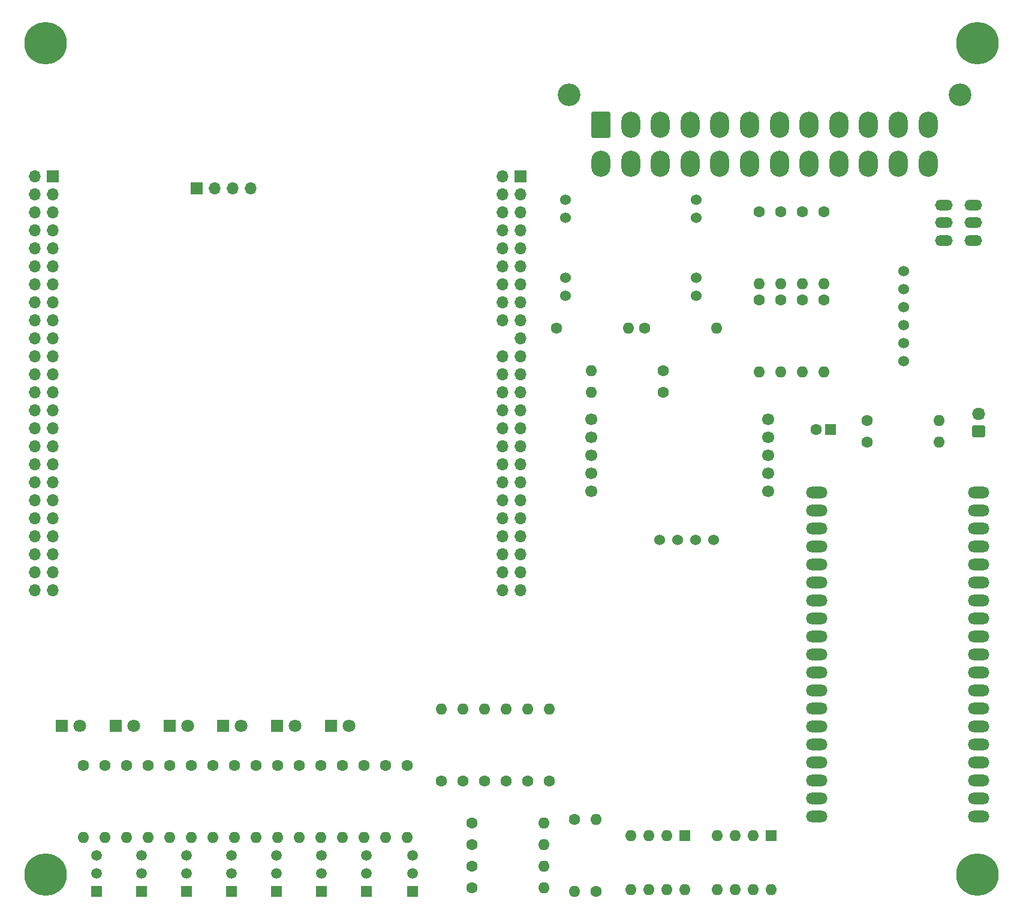
<source format=gbr>
%TF.GenerationSoftware,KiCad,Pcbnew,7.0.7*%
%TF.CreationDate,2023-09-23T19:24:03+09:00*%
%TF.ProjectId,TMA-1,544d412d-312e-46b6-9963-61645f706362,rev?*%
%TF.SameCoordinates,Original*%
%TF.FileFunction,Soldermask,Bot*%
%TF.FilePolarity,Negative*%
%FSLAX46Y46*%
G04 Gerber Fmt 4.6, Leading zero omitted, Abs format (unit mm)*
G04 Created by KiCad (PCBNEW 7.0.7) date 2023-09-23 19:24:03*
%MOMM*%
%LPD*%
G01*
G04 APERTURE LIST*
G04 Aperture macros list*
%AMRoundRect*
0 Rectangle with rounded corners*
0 $1 Rounding radius*
0 $2 $3 $4 $5 $6 $7 $8 $9 X,Y pos of 4 corners*
0 Add a 4 corners polygon primitive as box body*
4,1,4,$2,$3,$4,$5,$6,$7,$8,$9,$2,$3,0*
0 Add four circle primitives for the rounded corners*
1,1,$1+$1,$2,$3*
1,1,$1+$1,$4,$5*
1,1,$1+$1,$6,$7*
1,1,$1+$1,$8,$9*
0 Add four rect primitives between the rounded corners*
20,1,$1+$1,$2,$3,$4,$5,0*
20,1,$1+$1,$4,$5,$6,$7,0*
20,1,$1+$1,$6,$7,$8,$9,0*
20,1,$1+$1,$8,$9,$2,$3,0*%
G04 Aperture macros list end*
%ADD10O,3.048800X1.626400*%
%ADD11C,1.600000*%
%ADD12O,1.600000X1.600000*%
%ADD13R,1.500000X1.500000*%
%ADD14C,1.500000*%
%ADD15R,1.800000X1.800000*%
%ADD16C,1.800000*%
%ADD17C,1.524000*%
%ADD18R,1.600000X1.600000*%
%ADD19O,2.500000X1.500000*%
%ADD20C,6.000000*%
%ADD21RoundRect,0.250000X0.675000X-0.600000X0.675000X0.600000X-0.675000X0.600000X-0.675000X-0.600000X0*%
%ADD22O,1.850000X1.700000*%
%ADD23C,1.700000*%
%ADD24O,2.700000X3.700000*%
%ADD25RoundRect,0.250001X-1.099999X-1.599999X1.099999X-1.599999X1.099999X1.599999X-1.099999X1.599999X0*%
%ADD26C,3.200000*%
%ADD27O,1.700000X1.700000*%
%ADD28R,1.700000X1.700000*%
G04 APERTURE END LIST*
D10*
%TO.C,U2*%
X210439000Y-144867000D03*
X210439000Y-142327000D03*
X210439000Y-111847000D03*
X187579000Y-144867000D03*
X187579000Y-129627000D03*
X187579000Y-111847000D03*
X187579000Y-109307000D03*
X187579000Y-114387000D03*
X187579000Y-122007000D03*
X187579000Y-99147000D03*
X187579000Y-101687000D03*
X187579000Y-104227000D03*
X210439000Y-106767000D03*
X210439000Y-104227000D03*
X210439000Y-101687000D03*
X210439000Y-114387000D03*
X210439000Y-109307000D03*
X210439000Y-116927000D03*
X187579000Y-106767000D03*
X187579000Y-116927000D03*
X187579000Y-119467000D03*
X187579000Y-124547000D03*
X187579000Y-127087000D03*
X187579000Y-132167000D03*
X187579000Y-139787000D03*
X187579000Y-142327000D03*
X210439000Y-124547000D03*
X210439000Y-122007000D03*
X210439000Y-119467000D03*
X210439000Y-129627000D03*
X210439000Y-127087000D03*
X210439000Y-134707000D03*
X210439000Y-132167000D03*
X210439000Y-139787000D03*
X210439000Y-137247000D03*
X187579000Y-134707000D03*
X187579000Y-137247000D03*
X210439000Y-99147000D03*
%TD*%
D11*
%TO.C,R6*%
X149860000Y-139827000D03*
D12*
X149860000Y-129667000D03*
%TD*%
D13*
%TO.C,Q5*%
X111306000Y-155448000D03*
D14*
X111306000Y-152908000D03*
X111306000Y-150368000D03*
%TD*%
D11*
%TO.C,R3*%
X140716000Y-139827000D03*
D12*
X140716000Y-129667000D03*
%TD*%
D11*
%TO.C,R4*%
X143764000Y-139827000D03*
D12*
X143764000Y-129667000D03*
%TD*%
D11*
%TO.C,R18*%
X117602000Y-137668000D03*
D12*
X117602000Y-147828000D03*
%TD*%
D15*
%TO.C,D4*%
X103826000Y-132080000D03*
D16*
X106366000Y-132080000D03*
%TD*%
D11*
%TO.C,R38*%
X138938000Y-154940000D03*
D12*
X149098000Y-154940000D03*
%TD*%
D11*
%TO.C,R19*%
X120650000Y-137668000D03*
D12*
X120650000Y-147828000D03*
%TD*%
D11*
%TO.C,R8*%
X87122000Y-137668000D03*
D12*
X87122000Y-147828000D03*
%TD*%
D11*
%TO.C,R42*%
X194691000Y-92035000D03*
D12*
X204851000Y-92035000D03*
%TD*%
D11*
%TO.C,R31*%
X188671200Y-59537600D03*
D12*
X188671200Y-69697600D03*
%TD*%
D11*
%TO.C,R32*%
X188671200Y-71983600D03*
D12*
X188671200Y-82143600D03*
%TD*%
D15*
%TO.C,D5*%
X111426000Y-132080000D03*
D16*
X113966000Y-132080000D03*
%TD*%
D11*
%TO.C,R37*%
X138938000Y-151892000D03*
D12*
X149098000Y-151892000D03*
%TD*%
D15*
%TO.C,D3*%
X96226000Y-132080000D03*
D16*
X98766000Y-132080000D03*
%TD*%
D11*
%TO.C,R17*%
X114554000Y-137668000D03*
D12*
X114554000Y-147828000D03*
%TD*%
D17*
%TO.C,U7*%
X165450000Y-105867000D03*
X167990000Y-105867000D03*
X170530000Y-105867000D03*
X173070000Y-105867000D03*
%TD*%
D11*
%TO.C,R29*%
X185623200Y-59537600D03*
D12*
X185623200Y-69697600D03*
%TD*%
D11*
%TO.C,R35*%
X153416000Y-145288000D03*
D12*
X153416000Y-155448000D03*
%TD*%
D11*
%TO.C,R9*%
X90170000Y-137668000D03*
D12*
X90170000Y-147828000D03*
%TD*%
D13*
%TO.C,Q6*%
X117656000Y-155448000D03*
D14*
X117656000Y-152908000D03*
X117656000Y-150368000D03*
%TD*%
D13*
%TO.C,Q7*%
X124058000Y-155448000D03*
D14*
X124058000Y-152908000D03*
X124058000Y-150368000D03*
%TD*%
D18*
%TO.C,U5*%
X181219000Y-147584000D03*
D12*
X178679000Y-147584000D03*
X176139000Y-147584000D03*
X173599000Y-147584000D03*
X173599000Y-155204000D03*
X176139000Y-155204000D03*
X178679000Y-155204000D03*
X181219000Y-155204000D03*
%TD*%
D11*
%TO.C,R27*%
X182575200Y-59537600D03*
D12*
X182575200Y-69697600D03*
%TD*%
D11*
%TO.C,R41*%
X194691000Y-88987000D03*
D12*
X204851000Y-88987000D03*
%TD*%
D19*
%TO.C,SW1*%
X205577000Y-63547000D03*
X205577000Y-58547000D03*
X205577000Y-61047000D03*
X209677000Y-63547000D03*
X209677000Y-58547000D03*
X209677000Y-61047000D03*
%TD*%
D11*
%TO.C,R14*%
X105410000Y-137668000D03*
D12*
X105410000Y-147828000D03*
%TD*%
D20*
%TO.C,REF\u002A\u002A*%
X78740000Y-35687000D03*
%TD*%
%TO.C,REF\u002A\u002A*%
X210312000Y-35687000D03*
%TD*%
D11*
%TO.C,R15*%
X108458000Y-137668000D03*
D12*
X108458000Y-147828000D03*
%TD*%
D11*
%TO.C,R24*%
X163322000Y-75946000D03*
D12*
X173482000Y-75946000D03*
%TD*%
D11*
%TO.C,R2*%
X137654000Y-139827000D03*
D12*
X137654000Y-129667000D03*
%TD*%
D17*
%TO.C,U8*%
X199898000Y-80623000D03*
X199898000Y-78083000D03*
X199898000Y-75543000D03*
X199898000Y-73003000D03*
X199898000Y-70463000D03*
X199898000Y-67923000D03*
%TD*%
D20*
%TO.C,REF\u002A\u002A*%
X210312000Y-153035000D03*
%TD*%
D11*
%TO.C,R11*%
X96266000Y-137668000D03*
D12*
X96266000Y-147828000D03*
%TD*%
D11*
%TO.C,R23*%
X150876000Y-75946000D03*
D12*
X161036000Y-75946000D03*
%TD*%
D11*
%TO.C,R21*%
X126746000Y-137668000D03*
D12*
X126746000Y-147828000D03*
%TD*%
D11*
%TO.C,R26*%
X179527200Y-71983600D03*
D12*
X179527200Y-82143600D03*
%TD*%
D13*
%TO.C,Q2*%
X92308000Y-155448000D03*
D14*
X92308000Y-152908000D03*
X92308000Y-150368000D03*
%TD*%
D11*
%TO.C,R13*%
X102362000Y-137668000D03*
D12*
X102362000Y-147828000D03*
%TD*%
D11*
%TO.C,R30*%
X185623200Y-71983600D03*
D12*
X185623200Y-82143600D03*
%TD*%
D21*
%TO.C,J2*%
X210439000Y-90511000D03*
D22*
X210439000Y-88011000D03*
%TD*%
D11*
%TO.C,R33*%
X138938000Y-145796000D03*
D12*
X149098000Y-145796000D03*
%TD*%
D13*
%TO.C,Q3*%
X98658000Y-155448000D03*
D14*
X98658000Y-152908000D03*
X98658000Y-150368000D03*
%TD*%
D11*
%TO.C,R28*%
X182575200Y-71983600D03*
D12*
X182575200Y-82143600D03*
%TD*%
D11*
%TO.C,R5*%
X146812000Y-139827000D03*
D12*
X146812000Y-129667000D03*
%TD*%
D11*
%TO.C,R40*%
X165959000Y-81915000D03*
D12*
X155799000Y-81915000D03*
%TD*%
D13*
%TO.C,Q8*%
X130512000Y-155448000D03*
D14*
X130512000Y-152908000D03*
X130512000Y-150368000D03*
%TD*%
D11*
%TO.C,R36*%
X156464000Y-155448000D03*
D12*
X156464000Y-145288000D03*
%TD*%
D11*
%TO.C,R25*%
X179527200Y-59537600D03*
D12*
X179527200Y-69697600D03*
%TD*%
D11*
%TO.C,R10*%
X93218000Y-137668000D03*
D12*
X93218000Y-147828000D03*
%TD*%
D23*
%TO.C,U6*%
X180775000Y-91313000D03*
X180775000Y-93853000D03*
X180775000Y-96393000D03*
X180775000Y-98933000D03*
X155775000Y-98933000D03*
X155775000Y-96393000D03*
X155775000Y-93853000D03*
X155775000Y-91313000D03*
X155775000Y-88773000D03*
X180775000Y-88773000D03*
%TD*%
D15*
%TO.C,D2*%
X88626000Y-132080000D03*
D16*
X91166000Y-132080000D03*
%TD*%
D15*
%TO.C,D1*%
X81026000Y-132080000D03*
D16*
X83566000Y-132080000D03*
%TD*%
D24*
%TO.C,J1*%
X203336000Y-52744000D03*
X199136000Y-52744000D03*
X194936000Y-52744000D03*
X190736000Y-52744000D03*
X186536000Y-52744000D03*
X182336000Y-52744000D03*
X178136000Y-52744000D03*
X173936000Y-52744000D03*
X169736000Y-52744000D03*
X165536000Y-52744000D03*
X161336000Y-52744000D03*
X157136000Y-52744000D03*
X203336000Y-47244000D03*
X199136000Y-47244000D03*
X194936000Y-47244000D03*
X190736000Y-47244000D03*
X186536000Y-47244000D03*
X182336000Y-47244000D03*
X178136000Y-47244000D03*
X173936000Y-47244000D03*
X169736000Y-47244000D03*
X165536000Y-47244000D03*
X161336000Y-47244000D03*
D25*
X157136000Y-47244000D03*
D26*
X207836000Y-43044000D03*
X152636000Y-43044000D03*
%TD*%
D18*
%TO.C,U4*%
X169027000Y-147584000D03*
D12*
X166487000Y-147584000D03*
X163947000Y-147584000D03*
X161407000Y-147584000D03*
X161407000Y-155204000D03*
X163947000Y-155204000D03*
X166487000Y-155204000D03*
X169027000Y-155204000D03*
%TD*%
D11*
%TO.C,R1*%
X134620000Y-139827000D03*
D12*
X134620000Y-129667000D03*
%TD*%
D11*
%TO.C,R39*%
X165959000Y-84963000D03*
D12*
X155799000Y-84963000D03*
%TD*%
D11*
%TO.C,R20*%
X123698000Y-137668000D03*
D12*
X123698000Y-147828000D03*
%TD*%
D17*
%TO.C,U3*%
X170606000Y-57848500D03*
X170606000Y-60388500D03*
X170606000Y-68788500D03*
X170606000Y-71328500D03*
X152146000Y-57848500D03*
X152146000Y-60388500D03*
X152146000Y-68788500D03*
X152146000Y-71328500D03*
%TD*%
D13*
%TO.C,Q4*%
X105008000Y-155448000D03*
D14*
X105008000Y-152908000D03*
X105008000Y-150368000D03*
%TD*%
D18*
%TO.C,C2*%
X189550113Y-90257000D03*
D11*
X187550113Y-90257000D03*
%TD*%
%TO.C,R22*%
X129794000Y-137668000D03*
D12*
X129794000Y-147828000D03*
%TD*%
D20*
%TO.C,REF\u002A\u002A*%
X78740000Y-153035000D03*
%TD*%
D15*
%TO.C,D6*%
X119026000Y-132080000D03*
D16*
X121566000Y-132080000D03*
%TD*%
D11*
%TO.C,R16*%
X111506000Y-137668000D03*
D12*
X111506000Y-147828000D03*
%TD*%
D27*
%TO.C,U1*%
X79756000Y-62103000D03*
X145798200Y-74803000D03*
X143258200Y-74803000D03*
X145798200Y-77343000D03*
X145798200Y-82423000D03*
X143258200Y-82423000D03*
X145798200Y-84963000D03*
X143258200Y-84963000D03*
X143258200Y-92583000D03*
X143258200Y-100203000D03*
X145798200Y-102743000D03*
X143258200Y-102743000D03*
X145798200Y-105283000D03*
X143258200Y-105283000D03*
X145798200Y-107823000D03*
X143258200Y-107823000D03*
X145798200Y-110363000D03*
X79756000Y-112903000D03*
X77216000Y-110363000D03*
X79756000Y-110363000D03*
X77216000Y-107823000D03*
X79756000Y-107823000D03*
X77216000Y-105283000D03*
X79756000Y-105283000D03*
X77216000Y-102743000D03*
X79756000Y-102743000D03*
X77216000Y-100203000D03*
X77216000Y-97663000D03*
X79756000Y-97663000D03*
X77216000Y-95123000D03*
X79756000Y-95123000D03*
X79756000Y-90043000D03*
X77216000Y-87503000D03*
X77216000Y-84963000D03*
X79756000Y-84963000D03*
X79756000Y-79883000D03*
X77216000Y-77343000D03*
X77216000Y-72263000D03*
X79756000Y-72263000D03*
X79756000Y-59563000D03*
X77216000Y-69723000D03*
X145798200Y-59563000D03*
D28*
X100076000Y-56255500D03*
D27*
X102616000Y-56255500D03*
X105156000Y-56255500D03*
X107696000Y-56255500D03*
X77216000Y-57023000D03*
X77216000Y-59563000D03*
X77216000Y-62103000D03*
X77216000Y-64643000D03*
X77216000Y-67183000D03*
X77216000Y-74803000D03*
X77216000Y-79883000D03*
X77216000Y-82423000D03*
X77216000Y-90043000D03*
X77216000Y-92583000D03*
X77216000Y-112903000D03*
D28*
X79756000Y-54483000D03*
D27*
X79756000Y-57023000D03*
X79756000Y-64643000D03*
X79756000Y-67183000D03*
X79756000Y-69723000D03*
X79756000Y-74803000D03*
X79756000Y-77343000D03*
X79756000Y-82423000D03*
X79756000Y-87503000D03*
X79756000Y-92583000D03*
X79756000Y-100203000D03*
X143258200Y-54483000D03*
X143258200Y-57023000D03*
X143258200Y-59563000D03*
X143258200Y-62103000D03*
X143258200Y-64643000D03*
X143258200Y-67183000D03*
X143258200Y-69723000D03*
X143258200Y-72263000D03*
X143258200Y-79883000D03*
X143258200Y-87503000D03*
X143258200Y-90043000D03*
X143258200Y-95123000D03*
X143258200Y-97663000D03*
X143258200Y-110363000D03*
X143258200Y-112903000D03*
X145798200Y-57023000D03*
X145798200Y-62103000D03*
X145798200Y-64643000D03*
X145798200Y-67183000D03*
X145798200Y-69723000D03*
X145798200Y-72263000D03*
X145798200Y-79883000D03*
X145798200Y-87503000D03*
X145798200Y-90043000D03*
X145798200Y-92583000D03*
X145798200Y-95123000D03*
X145798200Y-97663000D03*
X145798200Y-100203000D03*
X145798200Y-112903000D03*
X77216000Y-54483000D03*
D28*
X145798200Y-54483000D03*
%TD*%
D11*
%TO.C,R34*%
X138938000Y-148844000D03*
D12*
X149098000Y-148844000D03*
%TD*%
D11*
%TO.C,R7*%
X84074000Y-137668000D03*
D12*
X84074000Y-147828000D03*
%TD*%
D11*
%TO.C,R12*%
X99314000Y-137668000D03*
D12*
X99314000Y-147828000D03*
%TD*%
D13*
%TO.C,Q1*%
X85958000Y-155448000D03*
D14*
X85958000Y-152908000D03*
X85958000Y-150368000D03*
%TD*%
M02*

</source>
